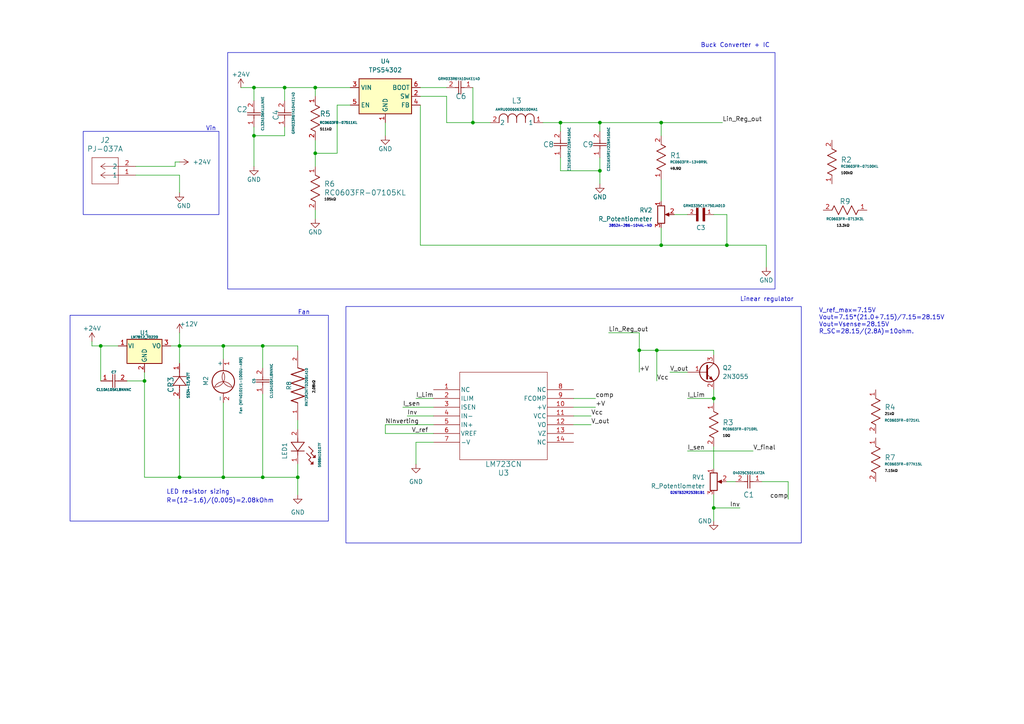
<source format=kicad_sch>
(kicad_sch (version 20230121) (generator eeschema)
  (paper "A4")
  (lib_symbols
    (symbol "2024-01-11_15-29-09:LM723CN" (pin_names (offset 0.254))
      (property "Reference" "U" (at 20.32 10.16 0))
      (property "Value" "LM723CN" (at 20.32 7.62 0))
      (symbol "LM723CN_0_1"
        (pin unspecified line (at 0 0 0) (length 7.62) (name "NC") (number "1"))
        (pin power_in line (at 40.64 -5.08 180) (length 7.62) (name "+V") (number "10"))
        (pin power_in line (at 40.64 -7.62 180) (length 7.62) (name "VCC") (number "11"))
        (pin output line (at 40.64 -10.16 180) (length 7.62) (name "VO") (number "12"))
        (pin unspecified line (at 40.64 -12.7 180) (length 7.62) (name "VZ") (number "13"))
        (pin unspecified line (at 40.64 -15.24 180) (length 7.62) (name "NC") (number "14"))
        (pin input line (at 0 -2.54 0) (length 7.62) (name "ILIM") (number "2"))
        (pin unspecified line (at 0 -5.08 0) (length 7.62) (name "ISEN") (number "3"))
        (pin input line (at 0 -7.62 0) (length 7.62) (name "IN-") (number "4"))
        (pin input line (at 0 -10.16 0) (length 7.62) (name "IN+") (number "5"))
        (pin output line (at 0 -12.7 0) (length 7.62) (name "VREF") (number "6"))
        (pin power_in line (at 0 -15.24 0) (length 7.62) (name "-V") (number "7"))
        (pin unspecified line (at 40.64 0 180) (length 7.62) (name "NC") (number "8"))
        (pin unspecified line (at 40.64 -2.54 180) (length 7.62) (name "FCOMP") (number "9"))
      )
    )
    (symbol "2024-01-12_20-03-25:SS34-E3_57T" (pin_names (offset 0.254))
      (property "Reference" "CR" (at 5.08 4.445 0))
      (property "Value" "SS34-E3/57T" (at 5.08 -3.81 0))
      (symbol "SS34-E3_57T_1_1"
        (pin unspecified line (at 10.16 0 180) (length 2.54) (name "") (number "1"))
        (pin unspecified line (at 0 0 0) (length 2.54) (name "") (number "2"))
      )
      (symbol "SS34-E3_57T_1_2"
        (pin unspecified line (at 0 10.16 270) (length 2.54) (name "") (number "1"))
        (pin unspecified line (at 0 0 90) (length 2.54) (name "") (number "2"))
      )
    )
    (symbol "2024-01-12_21-49-38:CL10A105KL8NNNC" (pin_names (offset 0.254))
      (property "Reference" "C" (at 3.81 3.81 0))
      (property "Value" "CL10A105KL8NNNC" (at 3.81 -3.81 0))
      (symbol "CL10A105KL8NNNC_1_1"
        (pin unspecified line (at 0 0 0) (length 2.54) (name "") (number "1"))
        (pin unspecified line (at 7.62 0 180) (length 2.54) (name "") (number "2"))
      )
      (symbol "CL10A105KL8NNNC_1_2"
        (pin unspecified line (at 0 0 270) (length 2.54) (name "") (number "1"))
        (pin unspecified line (at 0 -7.62 90) (length 2.54) (name "") (number "2"))
      )
    )
    (symbol "2024-01-12_22-04-38:5988A10107F" (pin_names (offset 0.254))
      (property "Reference" "LED" (at 5.08 -4.445 0))
      (property "Value" "5988A10107F" (at 5.08 -7.62 0))
      (symbol "5988A10107F_1_1"
        (pin unspecified line (at 10.16 0 180) (length 2.54) (name "") (number "1"))
        (pin unspecified line (at 0 0 0) (length 2.54) (name "") (number "2"))
      )
      (symbol "5988A10107F_1_2"
        (pin unspecified line (at 0 10.16 270) (length 2.54) (name "") (number "1"))
        (pin unspecified line (at 0 0 90) (length 2.54) (name "") (number "2"))
      )
    )
    (symbol "2024-01-13_04-28-59:CL32A106KLULNNE" (pin_names (offset 0.254))
      (property "Reference" "C" (at 3.81 3.81 0))
      (property "Value" "CL32A106KLULNNE" (at 3.81 -3.81 0))
      (symbol "CL32A106KLULNNE_1_1"
        (pin unspecified line (at 0 0 0) (length 2.54) (name "") (number "1"))
        (pin unspecified line (at 7.62 0 180) (length 2.54) (name "") (number "2"))
      )
      (symbol "CL32A106KLULNNE_1_2"
        (pin unspecified line (at 0 0 270) (length 2.54) (name "") (number "1"))
        (pin unspecified line (at 0 -7.62 90) (length 2.54) (name "") (number "2"))
      )
    )
    (symbol "2024-01-13_04-36-22:GRM033R6YA104KE14D" (pin_names (offset 0.254))
      (property "Reference" "C" (at 3.81 3.81 0))
      (property "Value" "GRM033R6YA104KE14D" (at 3.81 -3.81 0))
      (symbol "GRM033R6YA104KE14D_1_1"
        (pin unspecified line (at 0 0 0) (length 2.54) (name "") (number "1"))
        (pin unspecified line (at 7.62 0 180) (length 2.54) (name "") (number "2"))
      )
      (symbol "GRM033R6YA104KE14D_1_2"
        (pin unspecified line (at 0 0 270) (length 2.54) (name "") (number "1"))
        (pin unspecified line (at 0 -7.62 90) (length 2.54) (name "") (number "2"))
      )
    )
    (symbol "2024-01-13_04-51-38:RC0603FR-07105KL" (pin_names (offset 0.254))
      (property "Reference" "R" (at 5.715 3.81 0))
      (property "Value" "RC0603FR-07105KL" (at 6.35 -3.81 0))
      (symbol "RC0603FR-07105KL_1_1"
        (pin unspecified line (at 12.7 0 180) (length 2.54) (name "") (number "1"))
        (pin unspecified line (at 0 0 0) (length 2.54) (name "") (number "2"))
      )
      (symbol "RC0603FR-07105KL_1_2"
        (pin unspecified line (at 0 12.7 270) (length 2.54) (name "") (number "1"))
        (pin unspecified line (at 0 0 90) (length 2.54) (name "") (number "2"))
      )
    )
    (symbol "2024-01-13_05-19-09:C3216X5R1V226M160AC" (pin_names (offset 0.254))
      (property "Reference" "C" (at 3.81 3.81 0))
      (property "Value" "C3216X5R1V226M160AC" (at 3.81 -3.81 0))
      (symbol "C3216X5R1V226M160AC_1_1"
        (pin unspecified line (at 0 0 0) (length 2.54) (name "") (number "1"))
        (pin unspecified line (at 7.62 0 180) (length 2.54) (name "") (number "2"))
      )
      (symbol "C3216X5R1V226M160AC_1_2"
        (pin unspecified line (at 0 0 270) (length 2.54) (name "") (number "1"))
        (pin unspecified line (at 0 -7.62 90) (length 2.54) (name "") (number "2"))
      )
    )
    (symbol "2024-01-13_05-33-46:AMRU00060630100MA1" (pin_names (offset 0.254))
      (property "Reference" "L" (at 6.985 5.08 0))
      (property "Value" "AMRU00060630100MA1" (at 6.985 -2.54 0))
      (symbol "AMRU00060630100MA1_1_1"
        (pin unspecified line (at 15.24 0 180) (length 2.54) (name "1") (number "1"))
        (pin unspecified line (at 0 0 0) (length 2.54) (name "2") (number "2"))
      )
      (symbol "AMRU00060630100MA1_1_2"
        (pin unspecified line (at 0 15.24 270) (length 2.54) (name "1") (number "1"))
        (pin unspecified line (at 0 0 90) (length 2.54) (name "2") (number "2"))
      )
    )
    (symbol "2024-01-13_05-40-23:04025C501KAT2A" (pin_names (offset 0.254))
      (property "Reference" "C" (at 3.81 3.81 0))
      (property "Value" "04025C501KAT2A" (at 3.81 -3.81 0))
      (symbol "04025C501KAT2A_1_1"
        (pin unspecified line (at 0 0 0) (length 2.54) (name "") (number "1"))
        (pin unspecified line (at 7.62 0 180) (length 2.54) (name "") (number "2"))
      )
      (symbol "04025C501KAT2A_1_2"
        (pin unspecified line (at 0 0 270) (length 2.54) (name "") (number "1"))
        (pin unspecified line (at 0 -7.62 90) (length 2.54) (name "") (number "2"))
      )
    )
    (symbol "2024-01-14_16-06-42:RC0603FR-07511KL" (pin_names (offset 0.254))
      (property "Reference" "R" (at 5.715 3.81 0))
      (property "Value" "RC0603FR-07511KL" (at 6.35 -3.81 0))
      (symbol "RC0603FR-07511KL_1_1"
        (pin unspecified line (at 12.7 0 180) (length 2.54) (name "") (number "1"))
        (pin unspecified line (at 0 0 0) (length 2.54) (name "") (number "2"))
      )
      (symbol "RC0603FR-07511KL_1_2"
        (pin unspecified line (at 0 12.7 270) (length 2.54) (name "") (number "1"))
        (pin unspecified line (at 0 0 90) (length 2.54) (name "") (number "2"))
      )
    )
    (symbol "2024-01-14_16-13-29:RC0603FR-1349R9L" (pin_names (offset 0.254))
      (property "Reference" "R" (at 5.715 3.81 0))
      (property "Value" "RC0603FR-1349R9L" (at 6.35 -3.81 0))
      (symbol "RC0603FR-1349R9L_1_1"
        (pin unspecified line (at 0 0 0) (length 2.54) (name "") (number "1"))
        (pin unspecified line (at 12.7 0 180) (length 2.54) (name "") (number "2"))
      )
      (symbol "RC0603FR-1349R9L_1_2"
        (pin unspecified line (at 0 12.7 270) (length 2.54) (name "") (number "1"))
        (pin unspecified line (at 0 0 90) (length 2.54) (name "") (number "2"))
      )
    )
    (symbol "2024-01-14_16-16-04:RC0603FR-07100KL" (pin_names (offset 0.254))
      (property "Reference" "R" (at 5.715 3.81 0))
      (property "Value" "RC0603FR-07100KL" (at 6.35 -3.81 0))
      (symbol "RC0603FR-07100KL_1_1"
        (pin unspecified line (at 0 0 0) (length 2.54) (name "") (number "1"))
        (pin unspecified line (at 12.7 0 180) (length 2.54) (name "") (number "2"))
      )
      (symbol "RC0603FR-07100KL_1_2"
        (pin unspecified line (at 0 12.7 270) (length 2.54) (name "") (number "1"))
        (pin unspecified line (at 0 0 90) (length 2.54) (name "") (number "2"))
      )
    )
    (symbol "2024-01-14_16-18-30:RC0603FR-0713K3L" (pin_names (offset 0.254))
      (property "Reference" "R" (at 5.715 3.81 0))
      (property "Value" "RC0603FR-0713K3L" (at 6.35 -3.81 0))
      (symbol "RC0603FR-0713K3L_1_1"
        (pin unspecified line (at 12.7 0 180) (length 2.54) (name "") (number "1"))
        (pin unspecified line (at 0 0 0) (length 2.54) (name "") (number "2"))
      )
      (symbol "RC0603FR-0713K3L_1_2"
        (pin unspecified line (at 0 12.7 270) (length 2.54) (name "") (number "1"))
        (pin unspecified line (at 0 0 90) (length 2.54) (name "") (number "2"))
      )
    )
    (symbol "2024-01-14_16-26-54:RC0603FR-0721KL" (pin_names (offset 0.254))
      (property "Reference" "R" (at 5.715 3.81 0))
      (property "Value" "RC0603FR-0721KL" (at 6.35 -3.81 0))
      (symbol "RC0603FR-0721KL_1_1"
        (pin unspecified line (at 12.7 0 180) (length 2.54) (name "") (number "1"))
        (pin unspecified line (at 0 0 0) (length 2.54) (name "") (number "2"))
      )
      (symbol "RC0603FR-0721KL_1_2"
        (pin unspecified line (at 0 12.7 270) (length 2.54) (name "") (number "1"))
        (pin unspecified line (at 0 0 90) (length 2.54) (name "") (number "2"))
      )
    )
    (symbol "2024-01-14_16-30-14:RC0603FR-077K15L" (pin_names (offset 0.254))
      (property "Reference" "R" (at 5.715 3.81 0))
      (property "Value" "RC0603FR-077K15L" (at 6.35 -3.81 0))
      (symbol "RC0603FR-077K15L_1_1"
        (pin unspecified line (at 12.7 0 180) (length 2.54) (name "") (number "1"))
        (pin unspecified line (at 0 0 0) (length 2.54) (name "") (number "2"))
      )
      (symbol "RC0603FR-077K15L_1_2"
        (pin unspecified line (at 0 12.7 270) (length 2.54) (name "") (number "1"))
        (pin unspecified line (at 0 0 90) (length 2.54) (name "") (number "2"))
      )
    )
    (symbol "2024-01-14_16-39-54:PJ-037A" (pin_names (offset 0.254))
      (property "Reference" "J" (at 8.89 6.35 0))
      (property "Value" "PJ-037A" (at 0 0 0))
      (symbol "PJ-037A_1_1"
        (pin unspecified line (at 0 0 0) (length 5.08) (name "1") (number "1"))
        (pin unspecified line (at 0 -2.54 0) (length 5.08) (name "2") (number "2"))
      )
      (symbol "PJ-037A_1_2"
        (pin unspecified line (at 0 0 0) (length 5.08) (name "1") (number "1"))
        (pin unspecified line (at 0 -2.54 0) (length 5.08) (name "2") (number "2"))
      )
    )
    (symbol "2024-01-14_22-06-53:RC0603FR-0710RL" (pin_names (offset 0.254))
      (property "Reference" "R" (at 5.715 3.81 0))
      (property "Value" "RC0603FR-0710RL" (at 6.35 -3.81 0))
      (symbol "RC0603FR-0710RL_1_1"
        (pin unspecified line (at 12.7 0 180) (length 2.54) (name "") (number "1"))
        (pin unspecified line (at 0 0 0) (length 2.54) (name "") (number "2"))
      )
      (symbol "RC0603FR-0710RL_1_2"
        (pin unspecified line (at 0 12.7 270) (length 2.54) (name "") (number "1"))
        (pin unspecified line (at 0 0 90) (length 2.54) (name "") (number "2"))
      )
    )
    (symbol "Device:R_Potentiometer" (pin_names (offset 1.016) hide)
      (property "Reference" "RV" (at -4.445 0 90))
      (property "Value" "R_Potentiometer" (at -2.54 0 90))
      (symbol "R_Potentiometer_1_1"
        (pin passive line (at 0 3.81 270) (length 1.27) (name "1") (number "1"))
        (pin passive line (at 3.81 0 180) (length 1.27) (name "2") (number "2"))
        (pin passive line (at 0 -3.81 90) (length 1.27) (name "3") (number "3"))
      )
    )
    (symbol "GRM0335C1H750JA01D:GRM0335C1H750JA01D" (pin_names (offset 1.016))
      (property "Reference" "C" (at 0 3.8109 0))
      (property "Value" "GRM0335C1H750JA01D" (at 0 -5.0885 0))
      (symbol "GRM0335C1H750JA01D_0_0"
        (pin passive line (at -2.54 0 0) (length 2.54) (name "~") (number "1"))
        (pin passive line (at 5.08 0 180) (length 2.54) (name "~") (number "2"))
      )
    )
    (symbol "Motor:Fan" (pin_names (offset 0))
      (property "Reference" "M" (at 2.54 5.08 0))
      (property "Value" "Fan" (at 2.54 -2.54 0))
      (symbol "Fan_1_1"
        (pin passive line (at 0 7.62 270) (length 2.54) (name "+") (number "1"))
        (pin passive line (at 0 -5.08 90) (length 2.54) (name "-") (number "2"))
      )
    )
    (symbol "RN73R2ATTD2081A10:RN73R2ATTD2081A10" (pin_names (offset 1.016))
      (property "Reference" "R" (at -7.6244 2.5415 0))
      (property "Value" "RN73R2ATTD2081A10" (at -7.63 -5.0866 0))
      (symbol "RN73R2ATTD2081A10_0_0"
        (pin passive line (at -10.16 0 0) (length 5.08) (name "~") (number "1"))
        (pin passive line (at 10.16 0 180) (length 5.08) (name "~") (number "2"))
      )
    )
    (symbol "Regulator_Linear:LM7812_TO220" (pin_names (offset 0.254))
      (property "Reference" "U" (at -3.81 3.175 0))
      (property "Value" "LM7812_TO220" (at 0 3.175 0))
      (symbol "LM7812_TO220_1_1"
        (pin power_in line (at -7.62 0 0) (length 2.54) (name "VI") (number "1"))
        (pin power_in line (at 0 -7.62 90) (length 2.54) (name "GND") (number "2"))
        (pin power_out line (at 7.62 0 180) (length 2.54) (name "VO") (number "3"))
      )
    )
    (symbol "Regulator_Switching:TPS54302"
      (property "Reference" "U" (at -7.62 6.35 0))
      (property "Value" "TPS54302" (at 0 6.35 0))
      (symbol "TPS54302_1_1"
        (pin power_in line (at 0 -7.62 90) (length 2.54) (name "GND") (number "1"))
        (pin power_out line (at 10.16 0 180) (length 2.54) (name "SW") (number "2"))
        (pin power_in line (at -10.16 2.54 0) (length 2.54) (name "VIN") (number "3"))
        (pin input line (at 10.16 -2.54 180) (length 2.54) (name "FB") (number "4"))
        (pin input line (at -10.16 -2.54 0) (length 2.54) (name "EN") (number "5"))
        (pin passive line (at 10.16 2.54 180) (length 2.54) (name "BOOT") (number "6"))
      )
    )
    (symbol "Transistor_BJT:2N3055" (pin_names (offset 0) hide)
      (property "Reference" "Q" (at 5.08 1.905 0))
      (property "Value" "2N3055" (at 5.08 0 0))
      (symbol "2N3055_1_1"
        (pin input line (at -5.08 0 0) (length 5.715) (name "B") (number "1"))
        (pin passive line (at 2.54 -5.08 90) (length 2.54) (name "E") (number "2"))
        (pin passive line (at 2.54 5.08 270) (length 2.54) (name "C") (number "3"))
      )
    )
    (symbol "power:+12V" (power) (pin_names (offset 0))
      (property "Value" "+12V" (at 0 3.556 0))
      (symbol "+12V_1_1"
        (pin power_in line (at 0 0 90) (length 0) hide (name "+12V") (number "1"))
      )
    )
    (symbol "power:+24V" (power) (pin_names (offset 0))
      (property "Value" "+24V" (at 0 3.556 0))
      (symbol "+24V_1_1"
        (pin power_in line (at 0 0 90) (length 0) hide (name "+24V") (number "1"))
      )
    )
    (symbol "power:GND" (power) (pin_names (offset 0))
      (property "Value" "GND" (at 0 -3.81 0))
      (symbol "GND_1_1"
        (pin power_in line (at 0 0 270) (length 0) hide (name "GND") (number "1"))
      )
    )
  )
  (junction (at 73.66 39.37))
  (junction (at 73.66 25.4))
  (junction (at 191.77 71.12))
  (junction (at 162.56 35.56))
  (junction (at 210.82 71.12))
  (junction (at 82.55 25.4))
  (junction (at 52.07 100.33))
  (junction (at 76.2 100.33))
  (junction (at 91.44 44.45))
  (junction (at 173.99 35.56))
  (junction (at 191.77 35.56))
  (junction (at 41.91 110.49))
  (junction (at 185.42 101.6))
  (junction (at 190.5 101.6))
  (junction (at 137.16 35.56))
  (junction (at 173.99 49.53))
  (junction (at 91.44 25.4))
  (junction (at 52.07 138.43))
  (junction (at 29.21 100.33))
  (junction (at 76.2 138.43))
  (junction (at 207.01 115.57))
  (junction (at 64.77 100.33))
  (junction (at 207.01 147.32))
  (junction (at 64.77 138.43))
  (junction (at 86.36 138.43))
  (wire (pts (xy 210.82 62.23) (xy 210.82 71.12)))
  (wire (pts (xy 91.44 60.96) (xy 91.44 63.5)))
  (wire (pts (xy 82.55 25.4) (xy 91.44 25.4)))
  (wire (pts (xy 173.99 35.56) (xy 191.77 35.56)))
  (wire (pts (xy 76.2 100.33) (xy 86.36 100.33)))
  (wire (pts (xy 91.44 40.64) (xy 91.44 44.45)))
  (wire (pts (xy 64.77 100.33) (xy 76.2 100.33)))
  (wire (pts (xy 210.82 71.12) (xy 222.25 71.12)))
  (wire (pts (xy 173.99 49.53) (xy 173.99 45.72)))
  (wire (pts (xy 49.53 100.33) (xy 52.07 100.33)))
  (wire (pts (xy 73.66 39.37) (xy 82.55 39.37)))
  (wire (pts (xy 166.37 115.57) (xy 172.72 115.57)))
  (wire (pts (xy 191.77 35.56) (xy 191.77 39.37)))
  (wire (pts (xy 97.79 30.48) (xy 97.79 44.45)))
  (wire (pts (xy 73.66 36.83) (xy 73.66 39.37)))
  (wire (pts (xy 82.55 25.4) (xy 82.55 29.21)))
  (wire (pts (xy 222.25 71.12) (xy 222.25 77.47)))
  (wire (pts (xy 111.76 125.73) (xy 125.73 125.73)))
  (wire (pts (xy 91.44 44.45) (xy 91.44 48.26)))
  (wire (pts (xy 121.92 71.12) (xy 191.77 71.12)))
  (wire (pts (xy 210.82 139.7) (xy 213.36 139.7)))
  (wire (pts (xy 73.66 25.4) (xy 73.66 29.21)))
  (wire (pts (xy 185.42 101.6) (xy 190.5 101.6)))
  (wire (pts (xy 173.99 35.56) (xy 173.99 38.1)))
  (wire (pts (xy 166.37 120.65) (xy 171.45 120.65)))
  (wire (pts (xy 173.99 49.53) (xy 173.99 53.34)))
  (wire (pts (xy 207.01 115.57) (xy 207.01 116.84)))
  (wire (pts (xy 137.16 35.56) (xy 142.24 35.56)))
  (wire (pts (xy 121.92 27.94) (xy 129.54 27.94)))
  (wire (pts (xy 52.07 100.33) (xy 52.07 96.52)))
  (wire (pts (xy 191.77 71.12) (xy 210.82 71.12)))
  (wire (pts (xy 101.6 25.4) (xy 91.44 25.4)))
  (wire (pts (xy 41.91 110.49) (xy 36.83 110.49)))
  (wire (pts (xy 26.67 99.06) (xy 26.67 100.33)))
  (wire (pts (xy 199.39 130.81) (xy 218.44 130.81)))
  (wire (pts (xy 207.01 147.32) (xy 214.63 147.32)))
  (wire (pts (xy 116.84 118.11) (xy 125.73 118.11)))
  (wire (pts (xy 176.53 96.52) (xy 185.42 96.52)))
  (wire (pts (xy 207.01 101.6) (xy 207.01 102.87)))
  (wire (pts (xy 207.01 113.03) (xy 207.01 115.57)))
  (wire (pts (xy 191.77 35.56) (xy 209.55 35.56)))
  (wire (pts (xy 111.76 35.56) (xy 111.76 39.37)))
  (wire (pts (xy 195.58 62.23) (xy 199.39 62.23)))
  (wire (pts (xy 97.79 44.45) (xy 91.44 44.45)))
  (wire (pts (xy 162.56 35.56) (xy 173.99 35.56)))
  (wire (pts (xy 210.82 62.23) (xy 207.01 62.23)))
  (wire (pts (xy 121.92 30.48) (xy 121.92 71.12)))
  (wire (pts (xy 111.76 123.19) (xy 125.73 123.19)))
  (wire (pts (xy 121.92 25.4) (xy 129.54 25.4)))
  (wire (pts (xy 101.6 30.48) (xy 97.79 30.48)))
  (wire (pts (xy 91.44 25.4) (xy 91.44 27.94)))
  (wire (pts (xy 207.01 143.51) (xy 207.01 147.32)))
  (wire (pts (xy 137.16 25.4) (xy 137.16 35.56)))
  (wire (pts (xy 64.77 100.33) (xy 64.77 104.14)))
  (wire (pts (xy 69.85 25.4) (xy 73.66 25.4)))
  (wire (pts (xy 52.07 50.8) (xy 39.37 50.8)))
  (wire (pts (xy 41.91 138.43) (xy 52.07 138.43)))
  (wire (pts (xy 185.42 101.6) (xy 185.42 107.95)))
  (wire (pts (xy 76.2 114.3) (xy 76.2 138.43)))
  (wire (pts (xy 111.76 123.19) (xy 111.76 125.73)))
  (wire (pts (xy 166.37 118.11) (xy 172.72 118.11)))
  (wire (pts (xy 185.42 96.52) (xy 185.42 101.6)))
  (wire (pts (xy 166.37 123.19) (xy 171.45 123.19)))
  (wire (pts (xy 191.77 52.07) (xy 191.77 58.42)))
  (wire (pts (xy 120.65 128.27) (xy 120.65 134.62)))
  (wire (pts (xy 125.73 128.27) (xy 120.65 128.27)))
  (wire (pts (xy 162.56 49.53) (xy 173.99 49.53)))
  (wire (pts (xy 52.07 138.43) (xy 64.77 138.43)))
  (wire (pts (xy 194.31 107.95) (xy 199.39 107.95)))
  (wire (pts (xy 50.8 46.99) (xy 52.07 46.99)))
  (wire (pts (xy 26.67 100.33) (xy 29.21 100.33)))
  (wire (pts (xy 199.39 115.57) (xy 207.01 115.57)))
  (wire (pts (xy 82.55 39.37) (xy 82.55 36.83)))
  (wire (pts (xy 76.2 100.33) (xy 76.2 106.68)))
  (wire (pts (xy 41.91 107.95) (xy 41.91 110.49)))
  (wire (pts (xy 64.77 138.43) (xy 76.2 138.43)))
  (wire (pts (xy 86.36 138.43) (xy 86.36 143.51)))
  (wire (pts (xy 228.6 144.78) (xy 228.6 139.7)))
  (wire (pts (xy 73.66 25.4) (xy 82.55 25.4)))
  (wire (pts (xy 190.5 101.6) (xy 190.5 110.49)))
  (wire (pts (xy 129.54 27.94) (xy 129.54 35.56)))
  (wire (pts (xy 129.54 35.56) (xy 137.16 35.56)))
  (wire (pts (xy 52.07 100.33) (xy 52.07 105.41)))
  (wire (pts (xy 120.65 115.57) (xy 125.73 115.57)))
  (wire (pts (xy 157.48 35.56) (xy 162.56 35.56)))
  (wire (pts (xy 190.5 101.6) (xy 207.01 101.6)))
  (wire (pts (xy 29.21 100.33) (xy 29.21 110.49)))
  (wire (pts (xy 86.36 101.6) (xy 86.36 100.33)))
  (wire (pts (xy 207.01 129.54) (xy 207.01 135.89)))
  (wire (pts (xy 86.36 121.92) (xy 86.36 124.46)))
  (wire (pts (xy 118.11 120.65) (xy 125.73 120.65)))
  (wire (pts (xy 220.98 139.7) (xy 228.6 139.7)))
  (wire (pts (xy 73.66 39.37) (xy 73.66 48.26)))
  (wire (pts (xy 52.07 50.8) (xy 52.07 55.88)))
  (wire (pts (xy 29.21 100.33) (xy 34.29 100.33)))
  (wire (pts (xy 86.36 134.62) (xy 86.36 138.43)))
  (wire (pts (xy 162.56 35.56) (xy 162.56 38.1)))
  (wire (pts (xy 64.77 116.84) (xy 64.77 138.43)))
  (wire (pts (xy 50.8 48.26) (xy 50.8 46.99)))
  (wire (pts (xy 39.37 48.26) (xy 50.8 48.26)))
  (wire (pts (xy 191.77 66.04) (xy 191.77 71.12)))
  (wire (pts (xy 52.07 100.33) (xy 64.77 100.33)))
  (wire (pts (xy 207.01 147.32) (xy 207.01 151.13)))
  (wire (pts (xy 52.07 115.57) (xy 52.07 138.43)))
  (wire (pts (xy 76.2 138.43) (xy 86.36 138.43)))
  (wire (pts (xy 41.91 110.49) (xy 41.91 138.43)))
  (wire (pts (xy 162.56 45.72) (xy 162.56 49.53)))
  (rectangle (start 100.33 88.9) (end 232.41 157.48))
  (rectangle (start 66.04 15.24) (end 224.79 83.82))
  (rectangle (start 20.32 91.44) (end 95.25 151.13))
  (rectangle (start 24.13 38.1) (end 63.5 62.23))
  (text "105kΩ" (at 93.98 58.42 0) (effects (font (size 0.7 0.7)) (justify left bottom)))
  (text "21kΩ" (at 256.54 120.65 0) (effects (font (size 0.7 0.7)) (justify left bottom)))
  (text "Vin" (at 59.69 38.1 0) (effects (font (size 1.27 1.27)) (justify left bottom)))
  (text "13.3kΩ" (at 242.57 66.04 0) (effects (font (size 0.7 0.7)) (justify left bottom)))
  (text "Fan" (at 86.36 91.44 0) (effects (font (size 1.27 1.27)) (justify left bottom)))
  (text "026TB32R253B1B1" (at 194.31 143.51 0) (effects (font (size 0.7 0.7)) (justify left bottom)))
  (text "49.9Ω" (at 194.31 49.53 0) (effects (font (size 0.7 0.7)) (justify left bottom)))
  (text "V_ref_max=7.15V\nVout=7.15*(21.0+7.15)/7.15=28.15V \nVout=Vsense=28.15V\nR_SC=28.15/(2.8A)=10ohm. \n\n" (at 237.49 99.06 0) (effects (font (size 1.27 1.27)) (justify left bottom)))
  (text "7.15kΩ" (at 256.54 137.16 0) (effects (font (size 0.7 0.7)) (justify left bottom)))
  (text "Linear regulator" (at 214.63 87.63 0) (effects (font (size 1.27 1.27)) (justify left bottom)))
  (text "LED resistor sizing\n" (at 48.26 143.51 0) (effects (font (size 1.27 1.27)) (justify left bottom)))
  (text "511kΩ" (at 92.71 38.1 0) (effects (font (size 0.7 0.7)) (justify left bottom)))
  (text "R=(12-1.6)/(0.005)=2.08kOhm\n" (at 48.26 146.05 0) (effects (font (size 1.27 1.27)) (justify left bottom)))
  (text "2.08kΩ" (at 91.44 114.3 90) (effects (font (size 0.7 0.7)) (justify left bottom)))
  (text "100kΩ" (at 243.84 50.8 0) (effects (font (size 0.7 0.7)) (justify left bottom)))
  (text "10Ω" (at 209.55 127 0) (effects (font (size 0.7 0.7)) (justify left bottom)))
  (text "	\n3852A-286-104AL-ND" (at 176.53 66.04 0) (effects (font (size 0.7 0.7)) (justify left bottom)))
  (text "Buck Converter + IC\n" (at 203.2 13.97 0) (effects (font (size 1.27 1.27)) (justify left bottom)))
  (label "V_out" (at 194.31 107.95 0))
  (label "I_Lim" (at 120.65 115.57 0))
  (label "I_Lim" (at 199.39 115.57 0))
  (label "Vcc" (at 190.5 110.49 0))
  (label "comp" (at 172.72 115.57 0))
  (label "NInverting" (at 111.76 123.19 0))
  (label "V_final" (at 218.44 130.81 0))
  (label "Lin_Reg_out" (at 209.55 35.56 0))
  (label "Inv" (at 118.11 120.65 0))
  (label "V_out" (at 171.45 123.19 0))
  (label "+V" (at 185.42 107.95 0))
  (label "comp" (at 228.6 144.78 180))
  (label "+V" (at 172.72 118.11 0))
  (label "Lin_Reg_out" (at 176.53 96.52 0))
  (label "I_sen" (at 199.39 130.81 0))
  (label "Vcc" (at 171.45 120.65 0))
  (label "V_ref" (at 119.38 125.73 0))
  (label "I_sen" (at 116.84 118.11 0))
  (label "Inv" (at 214.63 147.32 180))
  (symbol (lib_id "power:+24V") (at 52.07 46.99 270) (unit 1)
    (property "Reference" "#PWR02" (effects hide))
    (property "Value" "+24V" (at 55.88 46.99 90) (effects (justify left)))
  )
  (symbol (lib_id "power:GND") (at 222.25 77.47 0) (unit 1)
    (property "Reference" "#PWR017" (effects hide))
    (property "Value" "GND" (at 222.25 81.28 0))
  )
  (symbol (lib_id "power:GND") (at 207.01 151.13 0) (unit 1)
    (property "Reference" "#PWR07" (effects hide))
    (property "Value" "GND" (at 204.47 151.13 0))
  )
  (symbol (lib_id "2024-01-12_20-03-25:SS34-E3_57T") (at 52.07 115.57 90) (unit 1)
    (property "Reference" "CR3" (at 49.53 109.22 0) (effects (font (size 1.524 1.524)) (justify right)))
    (property "Value" "SS34-E3/57T" (at 54.61 107.95 0) (effects (font (size 0.7 0.7)) (justify right)))
    (property "Footprint" "DIODE_DO214AB" (effects hide))
    (property "Datasheet" "SS34-E3/57T" (effects hide))
  )
  (symbol (lib_id "Regulator_Switching:TPS54302") (at 111.76 27.94 0) (unit 1)
    (property "Reference" "U4" (at 111.76 17.78 0))
    (property "Value" "TPS54302" (at 111.76 20.32 0))
    (property "Footprint" "Package_TO_SOT_SMD:SOT-23-6" (effects hide))
    (property "Datasheet" "http://www.ti.com/lit/ds/symlink/tps54302.pdf" (effects hide))
  )
  (symbol (lib_id "2024-01-14_16-39-54:PJ-037A") (at 39.37 50.8 180) (unit 1)
    (property "Reference" "J2" (at 30.48 40.64 0) (effects (font (size 1.524 1.524))))
    (property "Value" "PJ-037A" (at 30.48 43.18 0) (effects (font (size 1.524 1.524))))
    (property "Footprint" "CONN1x2_PJ-037A_CUD" (effects hide))
    (property "Datasheet" "PJ-037A" (effects hide))
  )
  (symbol (lib_id "Device:R_Potentiometer") (at 191.77 62.23 0) (unit 1)
    (property "Reference" "RV2" (at 189.23 60.96 0) (effects (justify right)))
    (property "Value" "R_Potentiometer" (at 189.23 63.5 0) (effects (justify right)))
  )
  (symbol (lib_id "power:GND") (at 120.65 134.62 0) (unit 1)
    (property "Reference" "#PWR06" (effects hide))
    (property "Value" "GND" (at 120.65 139.7 0))
  )
  (symbol (lib_id "power:GND") (at 173.99 53.34 0) (unit 1)
    (property "Reference" "#PWR016" (effects hide))
    (property "Value" "GND" (at 173.99 57.15 0))
  )
  (symbol (lib_id "2024-01-13_04-51-38:RC0603FR-07105KL") (at 91.44 60.96 90) (unit 1)
    (property "Reference" "R6" (at 93.98 53.34 90) (effects (font (size 1.524 1.524)) (justify right)))
    (property "Value" "RC0603FR-07105KL" (at 93.98 55.88 90) (effects (font (size 1.524 1.524)) (justify right)))
    (property "Footprint" "RC0603N_YAG" (effects hide))
    (property "Datasheet" "RC0603FR-07105KL" (effects hide))
  )
  (symbol (lib_id "RN73R2ATTD2081A10:RN73R2ATTD2081A10") (at 86.36 111.76 90) (unit 1)
    (property "Reference" "R8" (at 83.82 110.49 0) (effects (justify right)))
    (property "Value" "RN73R2ATTD2081A10" (at 88.9 106.68 0) (effects (font (size 0.7 0.7)) (justify right)))
    (property "Footprint" "RN73R2ATTD2081A10:RESC2012X60N" (effects hide))
    (property "MF" "KOA Speer" (effects hide))
    (property "Description" "\n2.08 kOhms ±0.05% 0.125W, 1/8W Chip Resistor 0805 (2012 Metric) Automotive AEC-Q200, Moisture Resistant Thin Film\n" (effects hide))
    (property "Package" "805 KOA" (effects hide))
    (property "Price" "None" (effects hide))
    (property "SnapEDA_Link" "https://www.snapeda.com/parts/RN73R2ATTD2081A10/KOA+Speer/view-part/?ref=snap" (effects hide))
    (property "MP" "RN73R2ATTD2081A10" (effects hide))
    (property "Purchase-URL" "https://www.snapeda.com/api/url_track_click_mouser/?unipart_id=4196170&manufacturer=KOA Speer&part_name=RN73R2ATTD2081A10&search_term=rn73r2attd2081a10" (effects hide))
    (property "Availability" "In Stock" (effects hide))
    (property "Check_prices" "https://www.snapeda.com/parts/RN73R2ATTD2081A10/KOA+Speer/view-part/?ref=eda" (effects hide))
  )
  (symbol (lib_id "2024-01-13_04-28-59:CL32A106KLULNNE") (at 73.66 36.83 90) (unit 1)
    (property "Reference" "C2" (at 68.58 31.75 90) (effects (font (size 1.524 1.524)) (justify right)))
    (property "Value" "CL32A106KLULNNE" (at 76.2 27.94 0) (effects (font (size 0.7 0.7)) (justify right)))
    (property "Footprint" "CAP_CL32A_SAM" (effects hide))
    (property "Datasheet" "CL32A106KLULNNE" (effects hide))
  )
  (symbol (lib_id "2024-01-14_16-18-30:RC0603FR-0713K3L") (at 238.76 60.96 0) (unit 1)
    (property "Reference" "R9" (at 245.11 58.42 0) (effects (font (size 1.524 1.524))))
    (property "Value" "RC0603FR-0713K3L" (at 245.11 63.5 0) (effects (font (size 0.7 0.7))))
    (property "Footprint" "RC0603N_YAG" (effects hide))
    (property "Datasheet" "RC0603FR-0713K3L" (effects hide))
  )
  (symbol (lib_id "power:+12V") (at 52.07 96.52 0) (unit 1)
    (property "Reference" "#PWR010" (effects hide))
    (property "Value" "+12V" (at 52.07 93.98 0) (effects (justify left)))
  )
  (symbol (lib_id "Transistor_BJT:2N3055") (at 204.47 107.95 0) (unit 1)
    (property "Reference" "Q2" (at 209.55 106.68 0) (effects (justify left)))
    (property "Value" "2N3055" (at 209.55 109.22 0) (effects (justify left)))
    (property "Footprint" "Package_TO_SOT_THT:TO-3" (effects hide))
    (property "Datasheet" "http://www.onsemi.com/pub_link/Collateral/2N3055-D.PDF" (effects hide))
  )
  (symbol (lib_id "2024-01-13_05-19-09:C3216X5R1V226M160AC") (at 162.56 45.72 90) (unit 1)
    (property "Reference" "C8" (at 157.48 41.91 90) (effects (font (size 1.524 1.524)) (justify right)))
    (property "Value" "C3216X5R1V226M160AC" (at 165.1 36.83 0) (effects (font (size 0.7 0.7)) (justify right)))
    (property "Footprint" "CAP_3216_TDK" (effects hide))
    (property "Datasheet" "C3216X5R1V226M160AC" (effects hide))
  )
  (symbol (lib_id "power:GND") (at 91.44 63.5 0) (unit 1)
    (property "Reference" "#PWR014" (effects hide))
    (property "Value" "GND" (at 91.44 67.31 0))
  )
  (symbol (lib_id "2024-01-14_16-13-29:RC0603FR-1349R9L") (at 191.77 52.07 90) (unit 1)
    (property "Reference" "R1" (at 194.31 45.085 90) (effects (font (size 1.524 1.524)) (justify right)))
    (property "Value" "RC0603FR-1349R9L" (at 194.31 46.99 90) (effects (font (size 0.7 0.7)) (justify right)))
    (property "Footprint" "RES_RC0603_YAG" (effects hide))
    (property "Datasheet" "RC0603FR-1349R9L" (effects hide))
  )
  (symbol (lib_id "2024-01-14_16-30-14:RC0603FR-077K15L") (at 254 139.7 90) (unit 1)
    (property "Reference" "R7" (at 256.54 132.715 90) (effects (font (size 1.524 1.524)) (justify right)))
    (property "Value" "RC0603FR-077K15L" (at 256.54 134.62 90) (effects (font (size 0.7 0.7)) (justify right)))
    (property "Footprint" "RC0603N_YAG" (effects hide))
    (property "Datasheet" "RC0603FR-077K15L" (effects hide))
  )
  (symbol (lib_id "2024-01-14_16-06-42:RC0603FR-07511KL") (at 91.44 40.64 90) (unit 1)
    (property "Reference" "R5" (at 92.71 33.02 90) (effects (font (size 1.524 1.524)) (justify right)))
    (property "Value" "RC0603FR-07511KL" (at 92.71 35.56 90) (effects (font (size 0.7 0.7)) (justify right)))
    (property "Footprint" "RC0603N_YAG" (effects hide))
    (property "Datasheet" "RC0603FR-07511KL" (effects hide))
  )
  (symbol (lib_id "power:GND") (at 73.66 48.26 0) (unit 1)
    (property "Reference" "#PWR013" (effects hide))
    (property "Value" "GND" (at 73.66 52.07 0))
  )
  (symbol (lib_id "2024-01-13_05-40-23:04025C501KAT2A") (at 220.98 139.7 180) (unit 1)
    (property "Reference" "C1" (at 217.17 143.51 0) (effects (font (size 1.524 1.524))))
    (property "Value" "04025C501KAT2A" (at 217.17 137.16 0) (effects (font (size 0.7 0.7))))
    (property "Footprint" "CAP_04025C101JAT2A" (effects hide))
    (property "Datasheet" "04025C501KAT2A" (effects hide))
  )
  (symbol (lib_id "2024-01-13_04-36-22:GRM033R6YA104KE14D") (at 137.16 25.4 180) (unit 1)
    (property "Reference" "C6" (at 132.08 27.94 0) (effects (font (size 1.524 1.524)) (justify right)))
    (property "Value" "GRM033R6YA104KE14D" (at 127 22.86 0) (effects (font (size 0.7 0.7)) (justify right)))
    (property "Footprint" "CAP_GRM_P6XP3_MUR" (effects hide))
    (property "Datasheet" "GRM033R6YA104KE14D" (effects hide))
  )
  (symbol (lib_id "power:GND") (at 52.07 55.88 0) (unit 1)
    (property "Reference" "#PWR04" (effects hide))
    (property "Value" "GND" (at 53.34 59.69 0))
  )
  (symbol (lib_id "2024-01-14_22-06-53:RC0603FR-0710RL") (at 207.01 129.54 90) (unit 1)
    (property "Reference" "R3" (at 209.55 122.555 90) (effects (font (size 1.524 1.524)) (justify right)))
    (property "Value" "RC0603FR-0710RL" (at 209.55 124.46 90) (effects (font (size 0.7 0.7)) (justify right)))
    (property "Footprint" "RC0603N_YAG" (effects hide))
    (property "Datasheet" "RC0603FR-0710RL" (effects hide))
  )
  (symbol (lib_id "2024-01-11_15-29-09:LM723CN") (at 125.73 113.03 0) (unit 1)
    (property "Reference" "U3" (at 146.05 137.16 0) (effects (font (size 1.524 1.524))))
    (property "Value" "LM723CN" (at 146.05 134.62 0) (effects (font (size 1.524 1.524))))
    (property "Footprint" "DIP-14_STM" (effects hide))
    (property "Datasheet" "LM723CN" (effects hide))
  )
  (symbol (lib_id "2024-01-13_05-33-46:AMRU00060630100MA1") (at 142.24 35.56 0) (unit 1)
    (property "Reference" "L3" (at 149.86 29.21 0) (effects (font (size 1.524 1.524))))
    (property "Value" "AMRU00060630100MA1" (at 149.86 31.75 0) (effects (font (size 0.7 0.7))))
    (property "Footprint" "IND_AMRU00060630100MA1_CHE" (effects hide))
    (property "Datasheet" "AMRU00060630100MA1" (effects hide))
  )
  (symbol (lib_id "power:GND") (at 111.76 39.37 0) (unit 1)
    (property "Reference" "#PWR015" (effects hide))
    (property "Value" "GND" (at 111.76 43.18 0))
  )
  (symbol (lib_id "Regulator_Linear:LM7812_TO220") (at 41.91 100.33 0) (unit 1)
    (property "Reference" "U1" (at 41.91 96.52 0))
    (property "Value" "LM7812_TO220" (at 41.91 97.79 0) (effects (font (size 0.7 0.7))))
    (property "Footprint" "Package_TO_SOT_THT:TO-220-3_Vertical" (effects hide))
    (property "Datasheet" "https://www.onsemi.cn/PowerSolutions/document/MC7800-D.PDF" (effects hide))
  )
  (symbol (lib_id "Motor:Fan") (at 64.77 111.76 0) (unit 1)
    (property "Reference" "M2" (at 59.69 110.49 90))
    (property "Value" "Fan (MF40101V1-1000U-A99)" (at 69.85 111.76 90) (effects (font (size 0.7 0.7))))
    (property "Footprint" "Connector_PinSocket_2.54mm:PinSocket_1x02_P2.54mm_Horizontal" (effects hide))
  )
  (symbol (lib_id "2024-01-12_21-49-38:CL10A105KL8NNNC") (at 76.2 114.3 90) (unit 1)
    (property "Reference" "C5" (at 73.66 110.49 0) (effects (font (size 0.7 0.7))))
    (property "Value" "CL10A105KL8NNNC" (at 78.74 110.49 0) (effects (font (size 0.7 0.7))))
    (property "Footprint" "CAP_CL10_SAM" (effects hide))
    (property "Datasheet" "CL10A105KL8NNNC" (effects hide))
  )
  (symbol (lib_id "Device:R_Potentiometer") (at 207.01 139.7 0) (unit 1)
    (property "Reference" "RV1" (at 204.47 138.43 0) (effects (justify right)))
    (property "Value" "R_Potentiometer" (at 204.47 140.97 0) (effects (justify right)))
  )
  (symbol (lib_id "2024-01-12_22-04-38:5988A10107F") (at 86.36 124.46 270) (unit 1)
    (property "Reference" "LED1" (at 82.55 128.27 0) (effects (font (size 1.3 1.3)) (justify left)))
    (property "Value" "5988A10107F" (at 92.71 128.27 0) (effects (font (size 0.7 0.7)) (justify left)))
    (property "Footprint" "LED_5988A10107F_DIA" (effects hide))
    (property "Datasheet" "5988A10107F" (effects hide))
  )
  (symbol (lib_id "2024-01-13_05-19-09:C3216X5R1V226M160AC") (at 173.99 45.72 90) (unit 1)
    (property "Reference" "C9" (at 168.91 41.91 90) (effects (font (size 1.524 1.524)) (justify right)))
    (property "Value" "C3216X5R1V226M160AC" (at 176.53 36.83 0) (effects (font (size 0.7 0.7)) (justify right)))
    (property "Footprint" "CAP_3216_TDK" (effects hide))
    (property "Datasheet" "C3216X5R1V226M160AC" (effects hide))
  )
  (symbol (lib_id "power:GND") (at 86.36 143.51 0) (unit 1)
    (property "Reference" "#PWR011" (effects hide))
    (property "Value" "GND" (at 86.36 148.59 0))
  )
  (symbol (lib_id "power:+24V") (at 69.85 25.4 0) (unit 1)
    (property "Reference" "#PWR012" (effects hide))
    (property "Value" "+24V" (at 69.85 21.59 0))
  )
  (symbol (lib_id "GRM0335C1H750JA01D:GRM0335C1H750JA01D") (at 204.47 62.23 180) (unit 1)
    (property "Reference" "C3" (at 201.93 66.04 0) (effects (justify right)))
    (property "Value" "GRM0335C1H750JA01D" (at 198.12 59.69 0) (effects (font (size 0.7 0.7)) (justify right)))
    (property "Footprint" "GRM0335C1H750JA01D:CAPC0603X33N" (effects hide))
    (property "MF" "Murata" (effects hide))
    (property "Description" "\nSMD capacitor C0G(EIA) with capacitance 75pF Tol.5%. Rated voltage 50Vdc 125C\n" (effects hide))
    (property "Package" "0603 Taiyo Yuden" (effects hide))
    (property "Price" "None" (effects hide))
    (property "SnapEDA_Link" "https://www.snapeda.com/parts/GRM0335C1H750JA01D/Murata/view-part/?ref=snap" (effects hide))
    (property "MP" "GRM0335C1H750JA01D" (effects hide))
    (property "Purchase-URL" "https://www.snapeda.com/api/url_track_click_mouser/?unipart_id=1801305&manufacturer=Murata&part_name=GRM0335C1H750JA01D&search_term=grm0335c1h750ja01d" (effects hide))
    (property "Availability" "In Stock" (effects hide))
    (property "Check_prices" "https://www.snapeda.com/parts/GRM0335C1H750JA01D/Murata/view-part/?ref=eda" (effects hide))
  )
  (symbol (lib_id "2024-01-13_04-36-22:GRM033R6YA104KE14D") (at 82.55 36.83 90) (unit 1)
    (property "Reference" "C4" (at 80.01 31.75 0) (effects (font (size 1.524 1.524)) (justify right)))
    (property "Value" "GRM033R6YA104KE14D" (at 85.09 26.67 0) (effects (font (size 0.7 0.7)) (justify right)))
    (property "Footprint" "CAP_GRM_P6XP3_MUR" (effects hide))
    (property "Datasheet" "GRM033R6YA104KE14D" (effects hide))
  )
  (symbol (lib_id "power:+24V") (at 26.67 99.06 0) (unit 1)
    (property "Reference" "#PWR09" (effects hide))
    (property "Value" "+24V" (at 26.67 95.25 0))
  )
  (symbol (lib_id "2024-01-14_16-26-54:RC0603FR-0721KL") (at 254 125.73 90) (unit 1)
    (property "Reference" "R4" (at 256.54 118.11 90) (effects (font (size 1.524 1.524)) (justify right)))
    (property "Value" "RC0603FR-0721KL" (at 256.54 121.92 90) (effects (font (size 0.7 0.7)) (justify right)))
    (property "Footprint" "RC0603N_YAG" (effects hide))
    (property "Datasheet" "RC0603FR-0721KL" (effects hide))
  )
  (symbol (lib_id "2024-01-14_16-16-04:RC0603FR-07100KL") (at 241.3 53.34 90) (unit 1)
    (property "Reference" "R2" (at 243.84 46.355 90) (effects (font (size 1.524 1.524)) (justify right)))
    (property "Value" "RC0603FR-07100KL" (at 243.84 48.26 90) (effects (font (size 0.7 0.7)) (justify right)))
    (property "Footprint" "RC0603N_YAG" (effects hide))
    (property "Datasheet" "RC0603FR-07100KL" (effects hide))
  )
  (symbol (lib_id "2024-01-12_21-49-38:CL10A105KL8NNNC") (at 29.21 110.49 0) (unit 1)
    (property "Reference" "C7" (at 33.02 107.95 0) (effects (font (size 0.7 0.7))))
    (property "Value" "CL10A105KL8NNNC" (at 33.02 113.03 0) (effects (font (size 0.7 0.7))))
    (property "Footprint" "CAP_CL10_SAM" (effects hide))
    (property "Datasheet" "CL10A105KL8NNNC" (effects hide))
  )
)
</source>
